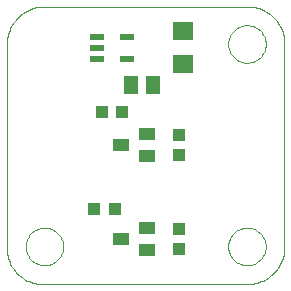
<source format=gtp>
G75*
G70*
%OFA0B0*%
%FSLAX24Y24*%
%IPPOS*%
%LPD*%
%AMOC8*
5,1,8,0,0,1.08239X$1,22.5*
%
%ADD10C,0.0000*%
%ADD11R,0.0472X0.0217*%
%ADD12R,0.0709X0.0630*%
%ADD13R,0.0394X0.0433*%
%ADD14R,0.0433X0.0394*%
%ADD15R,0.0551X0.0394*%
%ADD16R,0.0512X0.0591*%
D10*
X000411Y001660D02*
X000409Y001594D01*
X000411Y001528D01*
X000417Y001462D01*
X000426Y001396D01*
X000439Y001331D01*
X000456Y001266D01*
X000476Y001203D01*
X000500Y001141D01*
X000527Y001081D01*
X000558Y001022D01*
X000592Y000964D01*
X000629Y000909D01*
X000669Y000856D01*
X000712Y000806D01*
X000757Y000757D01*
X000806Y000712D01*
X000856Y000669D01*
X000909Y000629D01*
X000964Y000592D01*
X001022Y000558D01*
X001081Y000527D01*
X001141Y000500D01*
X001203Y000476D01*
X001266Y000456D01*
X001331Y000439D01*
X001396Y000426D01*
X001462Y000417D01*
X001528Y000411D01*
X001594Y000409D01*
X001660Y000411D01*
X001660Y000410D02*
X008410Y000410D01*
X008478Y000412D01*
X008545Y000417D01*
X008612Y000426D01*
X008679Y000439D01*
X008744Y000456D01*
X008809Y000475D01*
X008873Y000499D01*
X008935Y000526D01*
X008996Y000556D01*
X009054Y000589D01*
X009111Y000625D01*
X009166Y000665D01*
X009219Y000707D01*
X009270Y000753D01*
X009317Y000800D01*
X009363Y000851D01*
X009405Y000904D01*
X009445Y000959D01*
X009481Y001016D01*
X009514Y001074D01*
X009544Y001135D01*
X009571Y001197D01*
X009595Y001261D01*
X009614Y001326D01*
X009631Y001391D01*
X009644Y001458D01*
X009653Y001525D01*
X009658Y001592D01*
X009660Y001660D01*
X009660Y008410D01*
X009658Y008478D01*
X009653Y008545D01*
X009644Y008612D01*
X009631Y008679D01*
X009614Y008744D01*
X009595Y008809D01*
X009571Y008873D01*
X009544Y008935D01*
X009514Y008996D01*
X009481Y009054D01*
X009445Y009111D01*
X009405Y009166D01*
X009363Y009219D01*
X009317Y009270D01*
X009270Y009317D01*
X009219Y009363D01*
X009166Y009405D01*
X009111Y009445D01*
X009054Y009481D01*
X008996Y009514D01*
X008935Y009544D01*
X008873Y009571D01*
X008809Y009595D01*
X008744Y009614D01*
X008679Y009631D01*
X008612Y009644D01*
X008545Y009653D01*
X008478Y009658D01*
X008410Y009660D01*
X001660Y009660D01*
X001592Y009658D01*
X001525Y009653D01*
X001458Y009644D01*
X001391Y009631D01*
X001326Y009614D01*
X001261Y009595D01*
X001197Y009571D01*
X001135Y009544D01*
X001074Y009514D01*
X001016Y009481D01*
X000959Y009445D01*
X000904Y009405D01*
X000851Y009363D01*
X000800Y009317D01*
X000753Y009270D01*
X000707Y009219D01*
X000665Y009166D01*
X000625Y009111D01*
X000589Y009054D01*
X000556Y008996D01*
X000526Y008935D01*
X000499Y008873D01*
X000475Y008809D01*
X000456Y008744D01*
X000439Y008679D01*
X000426Y008612D01*
X000417Y008545D01*
X000412Y008478D01*
X000410Y008410D01*
X000410Y001660D01*
X001035Y001660D02*
X001037Y001710D01*
X001043Y001759D01*
X001053Y001808D01*
X001066Y001855D01*
X001084Y001902D01*
X001105Y001947D01*
X001129Y001990D01*
X001157Y002031D01*
X001188Y002070D01*
X001222Y002106D01*
X001259Y002140D01*
X001299Y002170D01*
X001340Y002197D01*
X001384Y002221D01*
X001429Y002241D01*
X001476Y002257D01*
X001524Y002270D01*
X001573Y002279D01*
X001623Y002284D01*
X001672Y002285D01*
X001722Y002282D01*
X001771Y002275D01*
X001820Y002264D01*
X001867Y002250D01*
X001913Y002231D01*
X001958Y002209D01*
X002001Y002184D01*
X002041Y002155D01*
X002079Y002123D01*
X002115Y002089D01*
X002148Y002051D01*
X002177Y002011D01*
X002203Y001969D01*
X002226Y001925D01*
X002245Y001879D01*
X002261Y001832D01*
X002273Y001783D01*
X002281Y001734D01*
X002285Y001685D01*
X002285Y001635D01*
X002281Y001586D01*
X002273Y001537D01*
X002261Y001488D01*
X002245Y001441D01*
X002226Y001395D01*
X002203Y001351D01*
X002177Y001309D01*
X002148Y001269D01*
X002115Y001231D01*
X002079Y001197D01*
X002041Y001165D01*
X002001Y001136D01*
X001958Y001111D01*
X001913Y001089D01*
X001867Y001070D01*
X001820Y001056D01*
X001771Y001045D01*
X001722Y001038D01*
X001672Y001035D01*
X001623Y001036D01*
X001573Y001041D01*
X001524Y001050D01*
X001476Y001063D01*
X001429Y001079D01*
X001384Y001099D01*
X001340Y001123D01*
X001299Y001150D01*
X001259Y001180D01*
X001222Y001214D01*
X001188Y001250D01*
X001157Y001289D01*
X001129Y001330D01*
X001105Y001373D01*
X001084Y001418D01*
X001066Y001465D01*
X001053Y001512D01*
X001043Y001561D01*
X001037Y001610D01*
X001035Y001660D01*
X007785Y001660D02*
X007787Y001710D01*
X007793Y001759D01*
X007803Y001808D01*
X007816Y001855D01*
X007834Y001902D01*
X007855Y001947D01*
X007879Y001990D01*
X007907Y002031D01*
X007938Y002070D01*
X007972Y002106D01*
X008009Y002140D01*
X008049Y002170D01*
X008090Y002197D01*
X008134Y002221D01*
X008179Y002241D01*
X008226Y002257D01*
X008274Y002270D01*
X008323Y002279D01*
X008373Y002284D01*
X008422Y002285D01*
X008472Y002282D01*
X008521Y002275D01*
X008570Y002264D01*
X008617Y002250D01*
X008663Y002231D01*
X008708Y002209D01*
X008751Y002184D01*
X008791Y002155D01*
X008829Y002123D01*
X008865Y002089D01*
X008898Y002051D01*
X008927Y002011D01*
X008953Y001969D01*
X008976Y001925D01*
X008995Y001879D01*
X009011Y001832D01*
X009023Y001783D01*
X009031Y001734D01*
X009035Y001685D01*
X009035Y001635D01*
X009031Y001586D01*
X009023Y001537D01*
X009011Y001488D01*
X008995Y001441D01*
X008976Y001395D01*
X008953Y001351D01*
X008927Y001309D01*
X008898Y001269D01*
X008865Y001231D01*
X008829Y001197D01*
X008791Y001165D01*
X008751Y001136D01*
X008708Y001111D01*
X008663Y001089D01*
X008617Y001070D01*
X008570Y001056D01*
X008521Y001045D01*
X008472Y001038D01*
X008422Y001035D01*
X008373Y001036D01*
X008323Y001041D01*
X008274Y001050D01*
X008226Y001063D01*
X008179Y001079D01*
X008134Y001099D01*
X008090Y001123D01*
X008049Y001150D01*
X008009Y001180D01*
X007972Y001214D01*
X007938Y001250D01*
X007907Y001289D01*
X007879Y001330D01*
X007855Y001373D01*
X007834Y001418D01*
X007816Y001465D01*
X007803Y001512D01*
X007793Y001561D01*
X007787Y001610D01*
X007785Y001660D01*
X007785Y008410D02*
X007787Y008460D01*
X007793Y008509D01*
X007803Y008558D01*
X007816Y008605D01*
X007834Y008652D01*
X007855Y008697D01*
X007879Y008740D01*
X007907Y008781D01*
X007938Y008820D01*
X007972Y008856D01*
X008009Y008890D01*
X008049Y008920D01*
X008090Y008947D01*
X008134Y008971D01*
X008179Y008991D01*
X008226Y009007D01*
X008274Y009020D01*
X008323Y009029D01*
X008373Y009034D01*
X008422Y009035D01*
X008472Y009032D01*
X008521Y009025D01*
X008570Y009014D01*
X008617Y009000D01*
X008663Y008981D01*
X008708Y008959D01*
X008751Y008934D01*
X008791Y008905D01*
X008829Y008873D01*
X008865Y008839D01*
X008898Y008801D01*
X008927Y008761D01*
X008953Y008719D01*
X008976Y008675D01*
X008995Y008629D01*
X009011Y008582D01*
X009023Y008533D01*
X009031Y008484D01*
X009035Y008435D01*
X009035Y008385D01*
X009031Y008336D01*
X009023Y008287D01*
X009011Y008238D01*
X008995Y008191D01*
X008976Y008145D01*
X008953Y008101D01*
X008927Y008059D01*
X008898Y008019D01*
X008865Y007981D01*
X008829Y007947D01*
X008791Y007915D01*
X008751Y007886D01*
X008708Y007861D01*
X008663Y007839D01*
X008617Y007820D01*
X008570Y007806D01*
X008521Y007795D01*
X008472Y007788D01*
X008422Y007785D01*
X008373Y007786D01*
X008323Y007791D01*
X008274Y007800D01*
X008226Y007813D01*
X008179Y007829D01*
X008134Y007849D01*
X008090Y007873D01*
X008049Y007900D01*
X008009Y007930D01*
X007972Y007964D01*
X007938Y008000D01*
X007907Y008039D01*
X007879Y008080D01*
X007855Y008123D01*
X007834Y008168D01*
X007816Y008215D01*
X007803Y008262D01*
X007793Y008311D01*
X007787Y008360D01*
X007785Y008410D01*
D11*
X004422Y008659D03*
X004422Y007911D03*
X003398Y007911D03*
X003398Y008285D03*
X003398Y008659D03*
D12*
X006285Y008836D03*
X006285Y007734D03*
D13*
X004245Y006160D03*
X003575Y006160D03*
X003325Y002910D03*
X003995Y002910D03*
D14*
X006160Y002245D03*
X006160Y001575D03*
X006160Y004700D03*
X006160Y005370D03*
D15*
X005093Y005409D03*
X005093Y004661D03*
X004227Y005035D03*
X005093Y002284D03*
X005093Y001536D03*
X004227Y001910D03*
D16*
X004536Y007035D03*
X005284Y007035D03*
M02*

</source>
